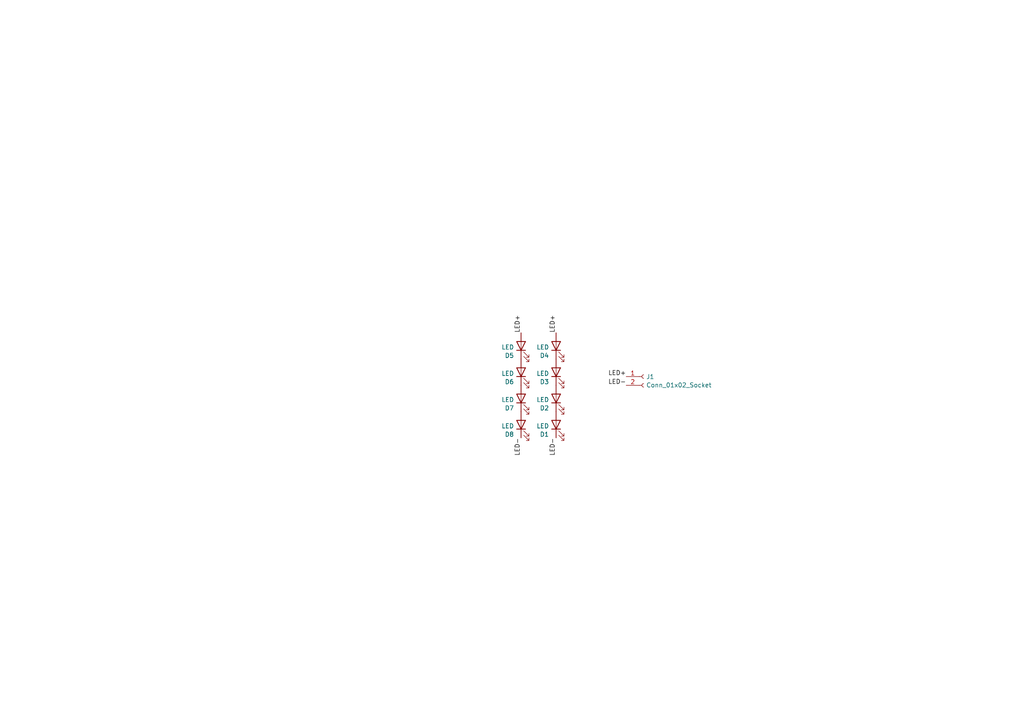
<source format=kicad_sch>
(kicad_sch
	(version 20250114)
	(generator "eeschema")
	(generator_version "9.0")
	(uuid "5216a0c5-3b7a-4a12-a048-cf68d6a1dc59")
	(paper "A4")
	(lib_symbols
		(symbol "Connector:Conn_01x02_Socket"
			(pin_names
				(offset 1.016)
				(hide yes)
			)
			(exclude_from_sim no)
			(in_bom yes)
			(on_board yes)
			(property "Reference" "J"
				(at 0 2.54 0)
				(effects
					(font
						(size 1.27 1.27)
					)
				)
			)
			(property "Value" "Conn_01x02_Socket"
				(at 0 -5.08 0)
				(effects
					(font
						(size 1.27 1.27)
					)
				)
			)
			(property "Footprint" ""
				(at 0 0 0)
				(effects
					(font
						(size 1.27 1.27)
					)
					(hide yes)
				)
			)
			(property "Datasheet" "~"
				(at 0 0 0)
				(effects
					(font
						(size 1.27 1.27)
					)
					(hide yes)
				)
			)
			(property "Description" "Generic connector, single row, 01x02, script generated"
				(at 0 0 0)
				(effects
					(font
						(size 1.27 1.27)
					)
					(hide yes)
				)
			)
			(property "ki_locked" ""
				(at 0 0 0)
				(effects
					(font
						(size 1.27 1.27)
					)
				)
			)
			(property "ki_keywords" "connector"
				(at 0 0 0)
				(effects
					(font
						(size 1.27 1.27)
					)
					(hide yes)
				)
			)
			(property "ki_fp_filters" "Connector*:*_1x??_*"
				(at 0 0 0)
				(effects
					(font
						(size 1.27 1.27)
					)
					(hide yes)
				)
			)
			(symbol "Conn_01x02_Socket_1_1"
				(polyline
					(pts
						(xy -1.27 0) (xy -0.508 0)
					)
					(stroke
						(width 0.1524)
						(type default)
					)
					(fill
						(type none)
					)
				)
				(polyline
					(pts
						(xy -1.27 -2.54) (xy -0.508 -2.54)
					)
					(stroke
						(width 0.1524)
						(type default)
					)
					(fill
						(type none)
					)
				)
				(arc
					(start 0 -0.508)
					(mid -0.5058 0)
					(end 0 0.508)
					(stroke
						(width 0.1524)
						(type default)
					)
					(fill
						(type none)
					)
				)
				(arc
					(start 0 -3.048)
					(mid -0.5058 -2.54)
					(end 0 -2.032)
					(stroke
						(width 0.1524)
						(type default)
					)
					(fill
						(type none)
					)
				)
				(pin passive line
					(at -5.08 0 0)
					(length 3.81)
					(name "Pin_1"
						(effects
							(font
								(size 1.27 1.27)
							)
						)
					)
					(number "1"
						(effects
							(font
								(size 1.27 1.27)
							)
						)
					)
				)
				(pin passive line
					(at -5.08 -2.54 0)
					(length 3.81)
					(name "Pin_2"
						(effects
							(font
								(size 1.27 1.27)
							)
						)
					)
					(number "2"
						(effects
							(font
								(size 1.27 1.27)
							)
						)
					)
				)
			)
			(embedded_fonts no)
		)
		(symbol "Device:LED"
			(pin_numbers
				(hide yes)
			)
			(pin_names
				(offset 1.016)
				(hide yes)
			)
			(exclude_from_sim no)
			(in_bom yes)
			(on_board yes)
			(property "Reference" "D"
				(at 0 2.54 0)
				(effects
					(font
						(size 1.27 1.27)
					)
				)
			)
			(property "Value" "LED"
				(at 0 -2.54 0)
				(effects
					(font
						(size 1.27 1.27)
					)
				)
			)
			(property "Footprint" ""
				(at 0 0 0)
				(effects
					(font
						(size 1.27 1.27)
					)
					(hide yes)
				)
			)
			(property "Datasheet" "~"
				(at 0 0 0)
				(effects
					(font
						(size 1.27 1.27)
					)
					(hide yes)
				)
			)
			(property "Description" "Light emitting diode"
				(at 0 0 0)
				(effects
					(font
						(size 1.27 1.27)
					)
					(hide yes)
				)
			)
			(property "Sim.Pins" "1=K 2=A"
				(at 0 0 0)
				(effects
					(font
						(size 1.27 1.27)
					)
					(hide yes)
				)
			)
			(property "ki_keywords" "LED diode"
				(at 0 0 0)
				(effects
					(font
						(size 1.27 1.27)
					)
					(hide yes)
				)
			)
			(property "ki_fp_filters" "LED* LED_SMD:* LED_THT:*"
				(at 0 0 0)
				(effects
					(font
						(size 1.27 1.27)
					)
					(hide yes)
				)
			)
			(symbol "LED_0_1"
				(polyline
					(pts
						(xy -3.048 -0.762) (xy -4.572 -2.286) (xy -3.81 -2.286) (xy -4.572 -2.286) (xy -4.572 -1.524)
					)
					(stroke
						(width 0)
						(type default)
					)
					(fill
						(type none)
					)
				)
				(polyline
					(pts
						(xy -1.778 -0.762) (xy -3.302 -2.286) (xy -2.54 -2.286) (xy -3.302 -2.286) (xy -3.302 -1.524)
					)
					(stroke
						(width 0)
						(type default)
					)
					(fill
						(type none)
					)
				)
				(polyline
					(pts
						(xy -1.27 0) (xy 1.27 0)
					)
					(stroke
						(width 0)
						(type default)
					)
					(fill
						(type none)
					)
				)
				(polyline
					(pts
						(xy -1.27 -1.27) (xy -1.27 1.27)
					)
					(stroke
						(width 0.254)
						(type default)
					)
					(fill
						(type none)
					)
				)
				(polyline
					(pts
						(xy 1.27 -1.27) (xy 1.27 1.27) (xy -1.27 0) (xy 1.27 -1.27)
					)
					(stroke
						(width 0.254)
						(type default)
					)
					(fill
						(type none)
					)
				)
			)
			(symbol "LED_1_1"
				(pin passive line
					(at -3.81 0 0)
					(length 2.54)
					(name "K"
						(effects
							(font
								(size 1.27 1.27)
							)
						)
					)
					(number "1"
						(effects
							(font
								(size 1.27 1.27)
							)
						)
					)
				)
				(pin passive line
					(at 3.81 0 180)
					(length 2.54)
					(name "A"
						(effects
							(font
								(size 1.27 1.27)
							)
						)
					)
					(number "2"
						(effects
							(font
								(size 1.27 1.27)
							)
						)
					)
				)
			)
			(embedded_fonts no)
		)
	)
	(label "LED+"
		(at 161.29 96.52 90)
		(effects
			(font
				(size 1.27 1.27)
			)
			(justify left bottom)
		)
		(uuid "1e3659f5-1ccc-4cd4-b759-2d0a0a7285ab")
	)
	(label "LED-"
		(at 151.13 127 270)
		(effects
			(font
				(size 1.27 1.27)
			)
			(justify right bottom)
		)
		(uuid "28451353-a024-4ff6-9168-1c563c368296")
	)
	(label "LED-"
		(at 181.61 111.76 180)
		(effects
			(font
				(size 1.27 1.27)
			)
			(justify right bottom)
		)
		(uuid "593d01a1-1f93-4662-b31e-da3ec3cbaa56")
	)
	(label "LED+"
		(at 151.13 96.52 90)
		(effects
			(font
				(size 1.27 1.27)
			)
			(justify left bottom)
		)
		(uuid "6db41a23-50b5-4df5-8d92-99126bb5a470")
	)
	(label "LED+"
		(at 181.61 109.22 180)
		(effects
			(font
				(size 1.27 1.27)
			)
			(justify right bottom)
		)
		(uuid "9b5b3e41-2619-47d1-9453-3aed057d4551")
	)
	(label "LED-"
		(at 161.29 127 270)
		(effects
			(font
				(size 1.27 1.27)
			)
			(justify right bottom)
		)
		(uuid "f0808da9-19d1-4823-9575-3e2a0f8b2ef4")
	)
	(symbol
		(lib_id "Device:LED")
		(at 151.13 123.19 90)
		(unit 1)
		(exclude_from_sim no)
		(in_bom yes)
		(on_board yes)
		(dnp no)
		(fields_autoplaced yes)
		(uuid "1edbc5d6-0fcf-4ce4-aefc-df06dabdf050")
		(property "Reference" "D8"
			(at 149.098 125.9897 90)
			(effects
				(font
					(size 1.27 1.27)
				)
				(justify left)
			)
		)
		(property "Value" "LED"
			(at 149.098 123.5654 90)
			(effects
				(font
					(size 1.27 1.27)
				)
				(justify left)
			)
		)
		(property "Footprint" "LED_SMD:LED_Everlight-SMD3528_3.5x2.8mm_67-21ST"
			(at 151.13 123.19 0)
			(effects
				(font
					(size 1.27 1.27)
				)
				(hide yes)
			)
		)
		(property "Datasheet" "~"
			(at 151.13 123.19 0)
			(effects
				(font
					(size 1.27 1.27)
				)
				(hide yes)
			)
		)
		(property "Description" "Light emitting diode"
			(at 151.13 123.19 0)
			(effects
				(font
					(size 1.27 1.27)
				)
				(hide yes)
			)
		)
		(property "Sim.Pins" "1=K 2=A"
			(at 151.13 123.19 0)
			(effects
				(font
					(size 1.27 1.27)
				)
				(hide yes)
			)
		)
		(pin "1"
			(uuid "97439017-fc3b-4c1a-830d-42bf8d96696d")
		)
		(pin "2"
			(uuid "30915fc9-69dc-44cc-960f-191341e95e54")
		)
		(instances
			(project "StarLEDBoard"
				(path "/5216a0c5-3b7a-4a12-a048-cf68d6a1dc59"
					(reference "D8")
					(unit 1)
				)
			)
		)
	)
	(symbol
		(lib_id "Device:LED")
		(at 161.29 107.95 90)
		(unit 1)
		(exclude_from_sim no)
		(in_bom yes)
		(on_board yes)
		(dnp no)
		(fields_autoplaced yes)
		(uuid "26c9d9eb-701d-44cc-b2ae-6ce6f2589b9e")
		(property "Reference" "D3"
			(at 159.258 110.7497 90)
			(effects
				(font
					(size 1.27 1.27)
				)
				(justify left)
			)
		)
		(property "Value" "LED"
			(at 159.258 108.3254 90)
			(effects
				(font
					(size 1.27 1.27)
				)
				(justify left)
			)
		)
		(property "Footprint" "LED_SMD:LED_Everlight-SMD3528_3.5x2.8mm_67-21ST"
			(at 161.29 107.95 0)
			(effects
				(font
					(size 1.27 1.27)
				)
				(hide yes)
			)
		)
		(property "Datasheet" "~"
			(at 161.29 107.95 0)
			(effects
				(font
					(size 1.27 1.27)
				)
				(hide yes)
			)
		)
		(property "Description" "Light emitting diode"
			(at 161.29 107.95 0)
			(effects
				(font
					(size 1.27 1.27)
				)
				(hide yes)
			)
		)
		(property "Sim.Pins" "1=K 2=A"
			(at 161.29 107.95 0)
			(effects
				(font
					(size 1.27 1.27)
				)
				(hide yes)
			)
		)
		(pin "1"
			(uuid "ed68c81c-786a-43a2-9eb9-99d0045f1860")
		)
		(pin "2"
			(uuid "bd99d126-2ee5-4b6e-9858-0ea934522bc1")
		)
		(instances
			(project "StarLEDBoard"
				(path "/5216a0c5-3b7a-4a12-a048-cf68d6a1dc59"
					(reference "D3")
					(unit 1)
				)
			)
		)
	)
	(symbol
		(lib_id "Device:LED")
		(at 161.29 100.33 90)
		(unit 1)
		(exclude_from_sim no)
		(in_bom yes)
		(on_board yes)
		(dnp no)
		(fields_autoplaced yes)
		(uuid "492ec664-c2b8-4f4a-a10f-0636aa1c4027")
		(property "Reference" "D4"
			(at 159.258 103.1297 90)
			(effects
				(font
					(size 1.27 1.27)
				)
				(justify left)
			)
		)
		(property "Value" "LED"
			(at 159.258 100.7054 90)
			(effects
				(font
					(size 1.27 1.27)
				)
				(justify left)
			)
		)
		(property "Footprint" "LED_SMD:LED_Everlight-SMD3528_3.5x2.8mm_67-21ST"
			(at 161.29 100.33 0)
			(effects
				(font
					(size 1.27 1.27)
				)
				(hide yes)
			)
		)
		(property "Datasheet" "~"
			(at 161.29 100.33 0)
			(effects
				(font
					(size 1.27 1.27)
				)
				(hide yes)
			)
		)
		(property "Description" "Light emitting diode"
			(at 161.29 100.33 0)
			(effects
				(font
					(size 1.27 1.27)
				)
				(hide yes)
			)
		)
		(property "Sim.Pins" "1=K 2=A"
			(at 161.29 100.33 0)
			(effects
				(font
					(size 1.27 1.27)
				)
				(hide yes)
			)
		)
		(pin "1"
			(uuid "d85613b2-e436-4a40-a294-fd163228bc21")
		)
		(pin "2"
			(uuid "28aedc0f-f1c3-488e-9b91-afbe497c56eb")
		)
		(instances
			(project "StarLEDBoard"
				(path "/5216a0c5-3b7a-4a12-a048-cf68d6a1dc59"
					(reference "D4")
					(unit 1)
				)
			)
		)
	)
	(symbol
		(lib_id "Device:LED")
		(at 151.13 100.33 90)
		(unit 1)
		(exclude_from_sim no)
		(in_bom yes)
		(on_board yes)
		(dnp no)
		(fields_autoplaced yes)
		(uuid "657a463a-32d9-4607-acbd-eff230f47b91")
		(property "Reference" "D5"
			(at 149.098 103.1297 90)
			(effects
				(font
					(size 1.27 1.27)
				)
				(justify left)
			)
		)
		(property "Value" "LED"
			(at 149.098 100.7054 90)
			(effects
				(font
					(size 1.27 1.27)
				)
				(justify left)
			)
		)
		(property "Footprint" "LED_SMD:LED_Everlight-SMD3528_3.5x2.8mm_67-21ST"
			(at 151.13 100.33 0)
			(effects
				(font
					(size 1.27 1.27)
				)
				(hide yes)
			)
		)
		(property "Datasheet" "~"
			(at 151.13 100.33 0)
			(effects
				(font
					(size 1.27 1.27)
				)
				(hide yes)
			)
		)
		(property "Description" "Light emitting diode"
			(at 151.13 100.33 0)
			(effects
				(font
					(size 1.27 1.27)
				)
				(hide yes)
			)
		)
		(property "Sim.Pins" "1=K 2=A"
			(at 151.13 100.33 0)
			(effects
				(font
					(size 1.27 1.27)
				)
				(hide yes)
			)
		)
		(pin "1"
			(uuid "9cd467a6-8003-467e-96bf-0f17eb31c7b8")
		)
		(pin "2"
			(uuid "b6374195-3c6d-4cd5-90a5-4b0056636958")
		)
		(instances
			(project "StarLEDBoard"
				(path "/5216a0c5-3b7a-4a12-a048-cf68d6a1dc59"
					(reference "D5")
					(unit 1)
				)
			)
		)
	)
	(symbol
		(lib_id "Device:LED")
		(at 161.29 115.57 90)
		(unit 1)
		(exclude_from_sim no)
		(in_bom yes)
		(on_board yes)
		(dnp no)
		(fields_autoplaced yes)
		(uuid "6bc7034d-a78c-4145-906d-269fe318da83")
		(property "Reference" "D2"
			(at 159.258 118.3697 90)
			(effects
				(font
					(size 1.27 1.27)
				)
				(justify left)
			)
		)
		(property "Value" "LED"
			(at 159.258 115.9454 90)
			(effects
				(font
					(size 1.27 1.27)
				)
				(justify left)
			)
		)
		(property "Footprint" "LED_SMD:LED_Everlight-SMD3528_3.5x2.8mm_67-21ST"
			(at 161.29 115.57 0)
			(effects
				(font
					(size 1.27 1.27)
				)
				(hide yes)
			)
		)
		(property "Datasheet" "~"
			(at 161.29 115.57 0)
			(effects
				(font
					(size 1.27 1.27)
				)
				(hide yes)
			)
		)
		(property "Description" "Light emitting diode"
			(at 161.29 115.57 0)
			(effects
				(font
					(size 1.27 1.27)
				)
				(hide yes)
			)
		)
		(property "Sim.Pins" "1=K 2=A"
			(at 161.29 115.57 0)
			(effects
				(font
					(size 1.27 1.27)
				)
				(hide yes)
			)
		)
		(pin "1"
			(uuid "e9a0e6b5-1982-41ab-ac23-677915ae9d26")
		)
		(pin "2"
			(uuid "f84e30f5-29dd-458e-a7c1-1570c0816cc9")
		)
		(instances
			(project "StarLEDBoard"
				(path "/5216a0c5-3b7a-4a12-a048-cf68d6a1dc59"
					(reference "D2")
					(unit 1)
				)
			)
		)
	)
	(symbol
		(lib_id "Device:LED")
		(at 151.13 115.57 90)
		(unit 1)
		(exclude_from_sim no)
		(in_bom yes)
		(on_board yes)
		(dnp no)
		(fields_autoplaced yes)
		(uuid "74cdda69-5f7e-47c9-834f-418832cf08e0")
		(property "Reference" "D7"
			(at 149.098 118.3697 90)
			(effects
				(font
					(size 1.27 1.27)
				)
				(justify left)
			)
		)
		(property "Value" "LED"
			(at 149.098 115.9454 90)
			(effects
				(font
					(size 1.27 1.27)
				)
				(justify left)
			)
		)
		(property "Footprint" "LED_SMD:LED_Everlight-SMD3528_3.5x2.8mm_67-21ST"
			(at 151.13 115.57 0)
			(effects
				(font
					(size 1.27 1.27)
				)
				(hide yes)
			)
		)
		(property "Datasheet" "~"
			(at 151.13 115.57 0)
			(effects
				(font
					(size 1.27 1.27)
				)
				(hide yes)
			)
		)
		(property "Description" "Light emitting diode"
			(at 151.13 115.57 0)
			(effects
				(font
					(size 1.27 1.27)
				)
				(hide yes)
			)
		)
		(property "Sim.Pins" "1=K 2=A"
			(at 151.13 115.57 0)
			(effects
				(font
					(size 1.27 1.27)
				)
				(hide yes)
			)
		)
		(pin "1"
			(uuid "54547ef6-68be-4f51-9b2f-8785ae695442")
		)
		(pin "2"
			(uuid "c4d6efd9-035e-49f2-b313-5586a677986c")
		)
		(instances
			(project "StarLEDBoard"
				(path "/5216a0c5-3b7a-4a12-a048-cf68d6a1dc59"
					(reference "D7")
					(unit 1)
				)
			)
		)
	)
	(symbol
		(lib_id "Device:LED")
		(at 151.13 107.95 90)
		(unit 1)
		(exclude_from_sim no)
		(in_bom yes)
		(on_board yes)
		(dnp no)
		(fields_autoplaced yes)
		(uuid "8cf3d498-900d-4b13-8e5d-f0e24f7426ae")
		(property "Reference" "D6"
			(at 149.098 110.7497 90)
			(effects
				(font
					(size 1.27 1.27)
				)
				(justify left)
			)
		)
		(property "Value" "LED"
			(at 149.098 108.3254 90)
			(effects
				(font
					(size 1.27 1.27)
				)
				(justify left)
			)
		)
		(property "Footprint" "LED_SMD:LED_Everlight-SMD3528_3.5x2.8mm_67-21ST"
			(at 151.13 107.95 0)
			(effects
				(font
					(size 1.27 1.27)
				)
				(hide yes)
			)
		)
		(property "Datasheet" "~"
			(at 151.13 107.95 0)
			(effects
				(font
					(size 1.27 1.27)
				)
				(hide yes)
			)
		)
		(property "Description" "Light emitting diode"
			(at 151.13 107.95 0)
			(effects
				(font
					(size 1.27 1.27)
				)
				(hide yes)
			)
		)
		(property "Sim.Pins" "1=K 2=A"
			(at 151.13 107.95 0)
			(effects
				(font
					(size 1.27 1.27)
				)
				(hide yes)
			)
		)
		(pin "1"
			(uuid "0f448f9a-135e-44f0-8f77-23d04d769920")
		)
		(pin "2"
			(uuid "177e2685-73e7-4ac8-8651-3ffb62e4b683")
		)
		(instances
			(project "StarLEDBoard"
				(path "/5216a0c5-3b7a-4a12-a048-cf68d6a1dc59"
					(reference "D6")
					(unit 1)
				)
			)
		)
	)
	(symbol
		(lib_id "Connector:Conn_01x02_Socket")
		(at 186.69 109.22 0)
		(unit 1)
		(exclude_from_sim no)
		(in_bom yes)
		(on_board yes)
		(dnp no)
		(fields_autoplaced yes)
		(uuid "a35d9c04-04a9-4a6d-a37e-26dece9582d4")
		(property "Reference" "J1"
			(at 187.4012 109.2778 0)
			(effects
				(font
					(size 1.27 1.27)
				)
				(justify left)
			)
		)
		(property "Value" "Conn_01x02_Socket"
			(at 187.4012 111.7021 0)
			(effects
				(font
					(size 1.27 1.27)
				)
				(justify left)
			)
		)
		(property "Footprint" ""
			(at 186.69 109.22 0)
			(effects
				(font
					(size 1.27 1.27)
				)
				(hide yes)
			)
		)
		(property "Datasheet" "~"
			(at 186.69 109.22 0)
			(effects
				(font
					(size 1.27 1.27)
				)
				(hide yes)
			)
		)
		(property "Description" "Generic connector, single row, 01x02, script generated"
			(at 186.69 109.22 0)
			(effects
				(font
					(size 1.27 1.27)
				)
				(hide yes)
			)
		)
		(pin "1"
			(uuid "92990764-7ac0-4f95-91fd-ca01c3ce9642")
		)
		(pin "2"
			(uuid "134b2654-9257-4b2f-a4dd-aefe66a4817d")
		)
		(instances
			(project ""
				(path "/5216a0c5-3b7a-4a12-a048-cf68d6a1dc59"
					(reference "J1")
					(unit 1)
				)
			)
		)
	)
	(symbol
		(lib_id "Device:LED")
		(at 161.29 123.19 90)
		(unit 1)
		(exclude_from_sim no)
		(in_bom yes)
		(on_board yes)
		(dnp no)
		(fields_autoplaced yes)
		(uuid "cc7fc33e-ceef-4807-8045-8691b88e9b3c")
		(property "Reference" "D1"
			(at 159.258 125.9897 90)
			(effects
				(font
					(size 1.27 1.27)
				)
				(justify left)
			)
		)
		(property "Value" "LED"
			(at 159.258 123.5654 90)
			(effects
				(font
					(size 1.27 1.27)
				)
				(justify left)
			)
		)
		(property "Footprint" "LED_SMD:LED_Everlight-SMD3528_3.5x2.8mm_67-21ST"
			(at 161.29 123.19 0)
			(effects
				(font
					(size 1.27 1.27)
				)
				(hide yes)
			)
		)
		(property "Datasheet" "~"
			(at 161.29 123.19 0)
			(effects
				(font
					(size 1.27 1.27)
				)
				(hide yes)
			)
		)
		(property "Description" "Light emitting diode"
			(at 161.29 123.19 0)
			(effects
				(font
					(size 1.27 1.27)
				)
				(hide yes)
			)
		)
		(property "Sim.Pins" "1=K 2=A"
			(at 161.29 123.19 0)
			(effects
				(font
					(size 1.27 1.27)
				)
				(hide yes)
			)
		)
		(pin "1"
			(uuid "501a005e-958c-4037-888d-3d7c276f7a03")
		)
		(pin "2"
			(uuid "ec5fd667-0930-4d65-af0f-6a0bb63e6415")
		)
		(instances
			(project ""
				(path "/5216a0c5-3b7a-4a12-a048-cf68d6a1dc59"
					(reference "D1")
					(unit 1)
				)
			)
		)
	)
	(sheet_instances
		(path "/"
			(page "1")
		)
	)
	(embedded_fonts no)
)

</source>
